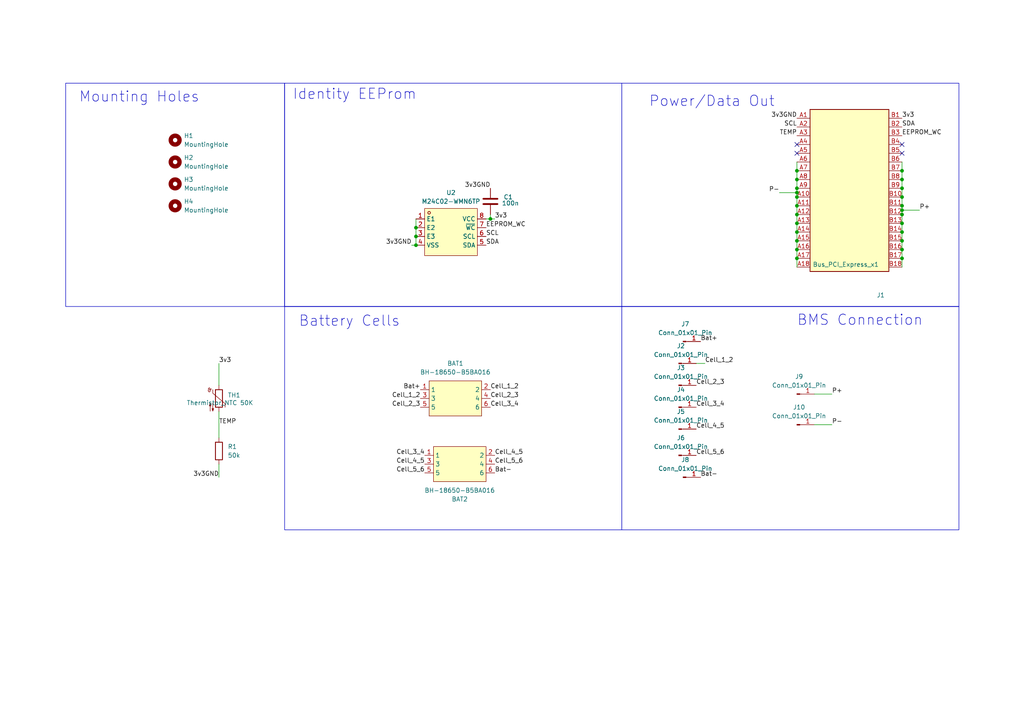
<source format=kicad_sch>
(kicad_sch (version 20231120) (generator "eeschema") (generator_version "8.0")
  (paper "A4")
  (lib_symbols
    (symbol "Connector:Bus_PCI_Express_x1"
      (property "Reference" "J1" (at 7.874 -34.798 0))
      (property "Value" "Bus_PCI_Express_x1" (at -10.668 -25.908 0))
      (symbol "Bus_PCI_Express_x1_0_1"
        (rectangle (start -11.43 19.05) (end 11.43 -27.94) (stroke (width 0.254)) (fill (type background)))
      )
      (symbol "Bus_PCI_Express_x1_1_1"
        (pin output line (at -15.24 16.51 0) (length 3.81) (name "") (number "A1"))
        (pin output line (at -15.24 -6.35 0) (length 3.81) (name "") (number "A10"))
        (pin output line (at -15.24 -8.89 0) (length 3.81) (name "") (number "A11"))
        (pin output line (at -15.24 -11.43 0) (length 3.81) (name "") (number "A12"))
        (pin output line (at -15.24 -13.97 0) (length 3.81) (name "") (number "A13"))
        (pin output line (at -15.24 -16.51 0) (length 3.81) (name "") (number "A14"))
        (pin output line (at -15.24 -19.05 0) (length 3.81) (name "") (number "A15"))
        (pin output line (at -15.24 -21.59 0) (length 3.81) (name "") (number "A16"))
        (pin output line (at -15.24 -24.13 0) (length 3.81) (name "") (number "A17"))
        (pin output line (at -15.24 -26.67 0) (length 3.81) (name "") (number "A18"))
        (pin output line (at -15.24 13.97 0) (length 3.81) (name "") (number "A2"))
        (pin output line (at -15.24 11.43 0) (length 3.81) (name "") (number "A3"))
        (pin output line (at -15.24 8.89 0) (length 3.81) (name "") (number "A4"))
        (pin output line (at -15.24 6.35 0) (length 3.81) (name "") (number "A5"))
        (pin output line (at -15.24 3.81 0) (length 3.81) (name "") (number "A6"))
        (pin output line (at -15.24 1.27 0) (length 3.81) (name "") (number "A7"))
        (pin output line (at -15.24 -1.27 0) (length 3.81) (name "") (number "A8"))
        (pin output line (at -15.24 -3.81 0) (length 3.81) (name "") (number "A9"))
        (pin output line (at 15.24 16.51 180) (length 3.81) (name "") (number "B1"))
        (pin output line (at 15.24 -6.35 180) (length 3.81) (name "") (number "B10"))
        (pin output line (at 15.24 -8.89 180) (length 3.81) (name "") (number "B11"))
        (pin output line (at 15.24 -11.43 180) (length 3.81) (name "") (number "B12"))
        (pin output line (at 15.24 -13.97 180) (length 3.81) (name "") (number "B13"))
        (pin output line (at 15.24 -16.51 180) (length 3.81) (name "") (number "B14"))
        (pin output line (at 15.24 -19.05 180) (length 3.81) (name "") (number "B15"))
        (pin output line (at 15.24 -21.59 180) (length 3.81) (name "") (number "B16"))
        (pin output line (at 15.24 -24.13 180) (length 3.81) (name "") (number "B17"))
        (pin output line (at 15.24 -26.67 180) (length 3.81) (name "") (number "B18"))
        (pin output line (at 15.24 13.97 180) (length 3.81) (name "") (number "B2"))
        (pin output line (at 15.24 11.43 180) (length 3.81) (name "") (number "B3"))
        (pin output line (at 15.24 8.89 180) (length 3.81) (name "") (number "B4"))
        (pin output line (at 15.24 6.35 180) (length 3.81) (name "") (number "B5"))
        (pin output line (at 15.24 3.81 180) (length 3.81) (name "") (number "B6"))
        (pin output line (at 15.24 1.27 180) (length 3.81) (name "") (number "B7"))
        (pin output line (at 15.24 -1.27 180) (length 3.81) (name "") (number "B8"))
        (pin output line (at 15.24 -3.81 180) (length 3.81) (name "") (number "B9"))
      )
    )
    (symbol "Connector:Conn_01x01_Pin" (pin_names (offset 1.016) hide)
      (property "Reference" "J" (at 0 2.54 0))
      (property "Value" "Conn_01x01_Pin" (at 0 -2.54 0))
      (symbol "Conn_01x01_Pin_1_1"
        (polyline (pts (xy 1.27 0) (xy 0.8636 0)) (stroke (width 0.1524)))
        (rectangle (start 0.8636 0.127) (end 0 -0.127) (stroke (width 0.1524)) (fill (type outline)))
        (pin passive line (at 5.08 0 180) (length 3.81) (name "Pin_1") (number "1"))
      )
    )
    (symbol "Device:C" (pin_numbers hide) (pin_names (offset 0.254))
      (property "Reference" "C" (at 0.635 2.54 0))
      (property "Value" "C" (at 0.635 -2.54 0))
      (symbol "C_0_1"
        (polyline (pts (xy -2.032 -0.762) (xy 2.032 -0.762)) (stroke (width 0.508)))
        (polyline (pts (xy -2.032 0.762) (xy 2.032 0.762)) (stroke (width 0.508)))
      )
      (symbol "C_1_1"
        (pin passive line (at 0 3.81 270) (length 2.794) (name "~") (number "1"))
        (pin passive line (at 0 -3.81 90) (length 2.794) (name "~") (number "2"))
      )
    )
    (symbol "Device:R" (pin_numbers hide) (pin_names (offset 0))
      (property "Reference" "R" (at 2.032 0 90))
      (property "Value" "R" (at 0 0 90))
      (symbol "R_0_1"
        (rectangle (start -1.016 -2.54) (end 1.016 2.54) (stroke (width 0.254)))
      )
      (symbol "R_1_1"
        (pin passive line (at 0 3.81 270) (length 1.27) (name "~") (number "1"))
        (pin passive line (at 0 -3.81 90) (length 1.27) (name "~") (number "2"))
      )
    )
    (symbol "Device:Thermistor_NTC" (pin_numbers hide) (pin_names (offset 0))
      (property "Reference" "TH" (at -4.445 0 90))
      (property "Value" "Thermistor_NTC" (at 3.175 0 90))
      (symbol "Thermistor_NTC_0_1"
        (arc (start -3.048 2.159) (mid -3.0495 2.3143) (end -3.175 2.413))
        (arc (start -3.048 2.159) (mid -2.9736 1.9794) (end -2.794 1.905))
        (arc (start -3.048 2.794) (mid -2.9736 2.6144) (end -2.794 2.54))
        (arc (start -2.794 1.905) (mid -2.6144 1.9794) (end -2.54 2.159))
        (arc (start -2.794 2.54) (mid -2.4393 2.5587) (end -2.159 2.794))
        (arc (start -2.794 3.048) (mid -2.9736 2.9736) (end -3.048 2.794))
        (arc (start -2.54 2.794) (mid -2.6144 2.9736) (end -2.794 3.048))
        (rectangle (start -1.016 2.54) (end 1.016 -2.54) (stroke (width 0.254)))
        (polyline (pts (xy -2.54 2.159) (xy -2.54 2.794)))
        (polyline (pts (xy -1.778 2.54) (xy -1.778 1.524) (xy 1.778 -1.524) (xy 1.778 -2.54)))
        (polyline (pts (xy -2.54 -3.683) (xy -2.54 -1.397) (xy -2.794 -2.159) (xy -2.286 -2.159) (xy -2.54 -1.397) (xy -2.54 -1.651)) (fill (type outline)))
        (polyline (pts (xy -1.778 -1.397) (xy -1.778 -3.683) (xy -2.032 -2.921) (xy -1.524 -2.921) (xy -1.778 -3.683) (xy -1.778 -3.429)) (fill (type outline)))
      )
      (symbol "Thermistor_NTC_1_1"
        (pin passive line (at 0 3.81 270) (length 1.27) (name "~") (number "1"))
        (pin passive line (at 0 -3.81 90) (length 1.27) (name "~") (number "2"))
      )
    )
    (symbol "Mechanical:MountingHole" (pin_names (offset 1.016)) (exclude_from_sim yes) (in_bom no)
      (property "Reference" "H" (at 0 5.08 0))
      (property "Value" "MountingHole" (at 0 3.175 0))
      (symbol "MountingHole_0_1"
        (circle (center 0 0) (radius 1.27) (stroke (width 1.27)))
      )
    )
    (symbol "PARTS:BH-18650-B5BA016"
      (property "Reference" "BAT" (at 0 7.62 0))
      (property "Value" "BH-18650-B5BA016" (at 0 -7.62 0))
      (symbol "BH-18650-B5BA016_0_1"
        (rectangle (start -7.62 5.08) (end 7.62 -5.08) (fill (type background)))
        (pin unspecified line (at -10.16 2.54 0) (length 2.54) (name "1") (number "1"))
        (pin unspecified line (at 10.16 2.54 180) (length 2.54) (name "2") (number "2"))
        (pin unspecified line (at -10.16 0 0) (length 2.54) (name "3") (number "3"))
        (pin unspecified line (at 10.16 0 180) (length 2.54) (name "4") (number "4"))
        (pin unspecified line (at -10.16 -2.54 0) (length 2.54) (name "5") (number "5"))
        (pin unspecified line (at 10.16 -2.54 180) (length 2.54) (name "6") (number "6"))
      )
    )
    (symbol "PARTS:M24C02-WMN6TP"
      (property "Reference" "U" (at 0 8.89 0))
      (property "Value" "M24C02-WMN6TP" (at 0 -8.89 0))
      (symbol "M24C02-WMN6TP_0_1"
        (rectangle (start -7.62 6.86) (end 7.62 -6.86) (fill (type background)))
        (circle (center -6.35 5.59) (radius 0.38))
        (circle (center -6.35 5.59) (radius 0.38))
        (pin unspecified line (at -10.16 3.81 0) (length 2.54) (name "E1") (number "1"))
        (pin unspecified line (at -10.16 1.27 0) (length 2.54) (name "E2") (number "2"))
        (pin unspecified line (at -10.16 -1.27 0) (length 2.54) (name "E3") (number "3"))
        (pin unspecified line (at -10.16 -3.81 0) (length 2.54) (name "VSS") (number "4"))
        (pin unspecified line (at 10.16 -3.81 180) (length 2.54) (name "SDA") (number "5"))
        (pin unspecified line (at 10.16 -1.27 180) (length 2.54) (name "SCL") (number "6"))
        (pin unspecified line (at 10.16 1.27 180) (length 2.54) (name "~{WC}") (number "7"))
        (pin unspecified line (at 10.16 3.81 180) (length 2.54) (name "VCC") (number "8"))
      )
    )
  )
  (junction (at 231.14 57.15))
  (junction (at 231.14 49.53))
  (junction (at 261.62 59.69))
  (junction (at 231.14 55.88))
  (junction (at 261.62 62.23))
  (junction (at 261.62 60.96))
  (junction (at 261.62 74.93))
  (junction (at 231.14 59.69))
  (junction (at 261.62 54.61))
  (junction (at 142.24 63.5))
  (junction (at 231.14 67.31))
  (junction (at 120.65 71.12))
  (junction (at 231.14 72.39))
  (junction (at 231.14 52.07))
  (junction (at 261.62 64.77))
  (junction (at 231.14 74.93))
  (junction (at 120.65 66.04))
  (junction (at 261.62 49.53))
  (junction (at 231.14 62.23))
  (junction (at 261.62 57.15))
  (junction (at 120.65 68.58))
  (junction (at 261.62 69.85))
  (junction (at 231.14 64.77))
  (junction (at 231.14 69.85))
  (junction (at 231.14 54.61))
  (junction (at 261.62 52.07))
  (junction (at 261.62 67.31))
  (junction (at 261.62 72.39))
  (no_connect (at 261.62 44.45))
  (no_connect (at 261.62 41.91))
  (no_connect (at 231.14 44.45))
  (no_connect (at 231.14 41.91))
  (wire (pts (xy 266.7 60.96) (xy 261.62 60.96)))
  (wire (pts (xy 261.62 60.96) (xy 261.62 62.23)))
  (wire (pts (xy 226.06 55.88) (xy 231.14 55.88)))
  (wire (pts (xy 142.24 63.5) (xy 140.97 63.5)))
  (wire (pts (xy 241.3 123.19) (xy 236.22 123.19)))
  (wire (pts (xy 120.65 63.5) (xy 120.65 66.04)))
  (wire (pts (xy 261.62 46.99) (xy 261.62 49.53)))
  (wire (pts (xy 231.14 64.77) (xy 231.14 67.31)))
  (wire (pts (xy 120.65 66.04) (xy 120.65 68.58)))
  (wire (pts (xy 231.14 54.61) (xy 231.14 55.88)))
  (wire (pts (xy 63.5 127) (xy 63.5 119.38)))
  (wire (pts (xy 261.62 67.31) (xy 261.62 69.85)))
  (wire (pts (xy 231.14 62.23) (xy 231.14 64.77)))
  (wire (pts (xy 261.62 72.39) (xy 261.62 74.93)))
  (wire (pts (xy 231.14 74.93) (xy 231.14 77.47)))
  (wire (pts (xy 231.14 49.53) (xy 231.14 52.07)))
  (wire (pts (xy 261.62 62.23) (xy 261.62 64.77)))
  (wire (pts (xy 231.14 57.15) (xy 231.14 59.69)))
  (wire (pts (xy 241.3 114.3) (xy 236.22 114.3)))
  (wire (pts (xy 231.14 67.31) (xy 231.14 69.85)))
  (wire (pts (xy 231.14 72.39) (xy 231.14 74.93)))
  (wire (pts (xy 63.5 105.41) (xy 63.5 111.76)))
  (wire (pts (xy 231.14 59.69) (xy 231.14 62.23)))
  (wire (pts (xy 142.24 62.23) (xy 142.24 63.5)))
  (wire (pts (xy 261.62 59.69) (xy 261.62 60.96)))
  (wire (pts (xy 120.65 71.12) (xy 120.65 68.58)))
  (wire (pts (xy 261.62 64.77) (xy 261.62 67.31)))
  (wire (pts (xy 204.47 105.41) (xy 201.93 105.41)))
  (wire (pts (xy 261.62 74.93) (xy 261.62 77.47)))
  (wire (pts (xy 261.62 52.07) (xy 261.62 54.61)))
  (wire (pts (xy 261.62 54.61) (xy 261.62 57.15)))
  (wire (pts (xy 231.14 69.85) (xy 231.14 72.39)))
  (wire (pts (xy 143.51 63.5) (xy 142.24 63.5)))
  (wire (pts (xy 231.14 52.07) (xy 231.14 54.61)))
  (wire (pts (xy 119.38 71.12) (xy 120.65 71.12)))
  (wire (pts (xy 231.14 46.99) (xy 231.14 49.53)))
  (wire (pts (xy 261.62 57.15) (xy 261.62 59.69)))
  (wire (pts (xy 261.62 69.85) (xy 261.62 72.39)))
  (wire (pts (xy 261.62 49.53) (xy 261.62 52.07)))
  (wire (pts (xy 231.14 55.88) (xy 231.14 57.15)))
  (wire (pts (xy 63.5 138.43) (xy 63.5 134.62)))
  (rectangle (start 19.05 24.13) (end 82.55 88.9))
  (rectangle (start 82.55 24.13) (end 180.34 88.9))
  (rectangle (start 82.55 88.9) (end 180.34 153.67))
  (rectangle (start 180.34 24.13) (end 278.13 88.9))
  (rectangle (start 180.34 88.9) (end 278.13 153.67))
  (text "BMS Connection" (at 249.428 92.964 0) (effects (font (size 3 3))))
  (text "Mounting Holes" (at 40.386 28.194 0) (effects (font (size 3 3))))
  (text "Power/Data Out" (at 206.502 29.464 0) (effects (font (size 3 3))))
  (text "Battery Cells" (at 101.346 93.218 0) (effects (font (size 3 3))))
  (text "Identity EEProm" (at 102.87 27.432 0) (effects (font (size 3 3))))
  (label "SDA" (at 261.62 36.83 0))
  (label "Cell_3_4" (at 201.93 118.11 0))
  (label "SCL" (at 231.14 36.83 180))
  (label "Cell_1_2" (at 142.24 113.03 0))
  (label "P+" (at 266.7 60.96 0))
  (label "Bat+" (at 203.2 99.06 0))
  (label "EEPROM_WC" (at 261.62 39.37 0))
  (label "P-" (at 241.3 123.19 0))
  (label "3v3" (at 63.5 105.41 0))
  (label "SDA" (at 140.97 71.12 0))
  (label "SCL" (at 140.97 68.58 0))
  (label "3v3" (at 143.51 63.5 0))
  (label "TEMP" (at 63.5 123.19 0))
  (label "3v3GND" (at 142.24 54.61 180))
  (label "3v3GND" (at 63.5 138.43 180))
  (label "Cell_4_5" (at 123.19 134.62 180))
  (label "Cell_2_3" (at 201.93 111.76 0))
  (label "Bat-" (at 143.51 137.16 0))
  (label "Cell_4_5" (at 143.51 132.08 0))
  (label "Cell_3_4" (at 142.24 118.11 0))
  (label "Cell_3_4" (at 123.19 132.08 180))
  (label "EEPROM_WC" (at 140.97 66.04 0))
  (label "TEMP" (at 231.14 39.37 180))
  (label "3v3GND" (at 231.14 34.29 180))
  (label "Cell_5_6" (at 201.93 132.08 0))
  (label "Cell_2_3" (at 142.24 115.57 0))
  (label "3v3" (at 261.62 34.29 0))
  (label "P-" (at 226.06 55.88 180))
  (label "Cell_2_3" (at 121.92 118.11 180))
  (label "P+" (at 241.3 114.3 0))
  (label "3v3GND" (at 119.38 71.12 180))
  (label "Bat-" (at 203.2 138.43 0))
  (label "Cell_1_2" (at 204.47 105.41 0))
  (label "Cell_1_2" (at 121.92 115.57 180))
  (label "Cell_5_6" (at 143.51 134.62 0))
  (label "Cell_4_5" (at 201.93 124.46 0))
  (label "Bat+" (at 121.92 113.03 180))
  (label "Cell_5_6" (at 123.19 137.16 180))
  (symbol (lib_id "Connector:Conn_01x01_Pin") (at 196.85 132.08 0) (unit 1)
    (property "Reference" "J6" (at 197.485 127 0))
    (property "Value" "Conn_01x01_Pin" (at 197.485 129.54 0))
    (property "Footprint" "TestPoint:TestPoint_Pad_4.0x4.0mm" (effects (hide yes)))
    (property "Description" "Generic connector, single row, 01x01, script generated" (effects (hide yes)))
  )
  (symbol (lib_id "Connector:Conn_01x01_Pin") (at 196.85 111.76 0) (unit 1)
    (property "Reference" "J3" (at 197.485 106.68 0))
    (property "Value" "Conn_01x01_Pin" (at 197.485 109.22 0))
    (property "Footprint" "TestPoint:TestPoint_Pad_4.0x4.0mm" (effects (hide yes)))
    (property "Description" "Generic connector, single row, 01x01, script generated" (effects (hide yes)))
  )
  (symbol (lib_id "Device:Thermistor_NTC") (at 63.5 115.57 0) (unit 1)
    (property "Reference" "TH1" (at 66.04 114.6174 0) (effects (justify left)))
    (property "Value" "Thermistor_NTC 50K" (at 54.102 116.84 0) (effects (justify left)))
    (property "Footprint" "Resistor_SMD:R_1206_3216Metric_Pad1.30x1.75mm_HandSolder" (effects (hide yes)))
    (property "Description" "Temperature dependent resistor, negative temperature coefficient" (effects (hide yes)))
  )
  (symbol (lib_id "Connector:Conn_01x01_Pin") (at 196.85 124.46 0) (unit 1)
    (property "Reference" "J5" (at 197.485 119.38 0))
    (property "Value" "Conn_01x01_Pin" (at 197.485 121.92 0))
    (property "Footprint" "TestPoint:TestPoint_Pad_4.0x4.0mm" (effects (hide yes)))
    (property "Description" "Generic connector, single row, 01x01, script generated" (effects (hide yes)))
  )
  (symbol (lib_id "Connector:Conn_01x01_Pin") (at 231.14 123.19 0) (unit 1)
    (property "Reference" "J10" (at 231.775 118.11 0))
    (property "Value" "Conn_01x01_Pin" (at 231.775 120.65 0))
    (property "Footprint" "TestPoint:TestPoint_Pad_4.0x4.0mm" (effects (hide yes)))
    (property "Description" "Generic connector, single row, 01x01, script generated" (effects (hide yes)))
  )
  (symbol (lib_id "Mechanical:MountingHole") (at 50.8 46.99 0) (unit 1) (exclude_from_sim yes) (in_bom no)
    (property "Reference" "H2" (at 53.34 45.7199 0) (effects (justify left)))
    (property "Value" "MountingHole" (at 53.34 48.2599 0) (effects (justify left)))
    (property "Footprint" "MountingHole:MountingHole_3.2mm_M3" (effects (hide yes)))
    (property "Description" "Mounting Hole without connection" (effects (hide yes)))
  )
  (symbol (lib_id "Connector:Conn_01x01_Pin") (at 196.85 118.11 0) (unit 1)
    (property "Reference" "J4" (at 197.485 113.03 0))
    (property "Value" "Conn_01x01_Pin" (at 197.485 115.57 0))
    (property "Footprint" "TestPoint:TestPoint_Pad_4.0x4.0mm" (effects (hide yes)))
    (property "Description" "Generic connector, single row, 01x01, script generated" (effects (hide yes)))
  )
  (symbol (lib_id "PARTS:BH-18650-B5BA016") (at 132.08 115.57 0) (unit 1)
    (property "Reference" "BAT1" (at 132.08 105.41 0))
    (property "Value" "BH-18650-B5BA016" (at 132.08 107.95 0))
    (property "Footprint" "PARTS:BAT-SMD_BH-18650-B5BA016" (effects (hide yes)))
    (property "LCSC Part" "C19184086" (effects (hide yes)))
  )
  (symbol (lib_id "Device:C") (at 142.24 58.42 0) (unit 1)
    (property "Reference" "C1" (at 146.05 57.1499 0) (effects (justify left)))
    (property "Value" "100n" (at 145.542 58.928 0) (effects (justify left)))
    (property "Footprint" "Capacitor_SMD:C_1206_3216Metric_Pad1.33x1.80mm_HandSolder" (effects (hide yes)))
    (property "Description" "Unpolarized capacitor" (effects (hide yes)))
  )
  (symbol (lib_id "PARTS:BH-18650-B5BA016") (at 133.35 134.62 0) (unit 1)
    (property "Reference" "BAT2" (at 133.35 144.78 0))
    (property "Value" "BH-18650-B5BA016" (at 133.35 142.24 0))
    (property "Footprint" "PARTS:BAT-SMD_BH-18650-B5BA016" (effects (hide yes)))
    (property "LCSC Part" "C19184086" (effects (hide yes)))
  )
  (symbol (lib_id "Mechanical:MountingHole") (at 50.8 40.64 0) (unit 1) (exclude_from_sim yes) (in_bom no)
    (property "Reference" "H1" (at 53.34 39.3699 0) (effects (justify left)))
    (property "Value" "MountingHole" (at 53.34 41.9099 0) (effects (justify left)))
    (property "Footprint" "MountingHole:MountingHole_3.2mm_M3" (effects (hide yes)))
    (property "Description" "Mounting Hole without connection" (effects (hide yes)))
  )
  (symbol (lib_id "Connector:Conn_01x01_Pin") (at 196.85 105.41 0) (unit 1)
    (property "Reference" "J2" (at 197.485 100.33 0))
    (property "Value" "Conn_01x01_Pin" (at 197.485 102.87 0))
    (property "Footprint" "TestPoint:TestPoint_Pad_4.0x4.0mm" (effects (hide yes)))
    (property "Description" "Generic connector, single row, 01x01, script generated" (effects (hide yes)))
  )
  (symbol (lib_id "Connector:Conn_01x01_Pin") (at 231.14 114.3 0) (unit 1)
    (property "Reference" "J9" (at 231.775 109.22 0))
    (property "Value" "Conn_01x01_Pin" (at 231.775 111.76 0))
    (property "Footprint" "TestPoint:TestPoint_Pad_4.0x4.0mm" (effects (hide yes)))
    (property "Description" "Generic connector, single row, 01x01, script generated" (effects (hide yes)))
  )
  (symbol (lib_id "Connector:Conn_01x01_Pin") (at 198.12 138.43 0) (unit 1)
    (property "Reference" "J8" (at 198.755 133.35 0))
    (property "Value" "Conn_01x01_Pin" (at 198.755 135.89 0))
    (property "Footprint" "TestPoint:TestPoint_Pad_4.0x4.0mm" (effects (hide yes)))
    (property "Description" "Generic connector, single row, 01x01, script generated" (effects (hide yes)))
  )
  (symbol (lib_id "PARTS:M24C02-WMN6TP") (at 130.81 67.31 0) (unit 1)
    (property "Reference" "U2" (at 130.81 55.88 0))
    (property "Value" "M24C02-WMN6TP" (at 130.81 58.42 0))
    (property "Footprint" "PARTS:SOIC-8_L4.9-W3.9-P1.27-LS6.0-BL" (effects (hide yes)))
    (property "Datasheet" "https://lcsc.com/product-detail/EEPROM_STMicroelectronics_M24C02-WMN6TP_M24C02-WMN6TP_C7562.html" (effects (hide yes)))
    (property "LCSC Part" "C7562" (effects (hide yes)))
  )
  (symbol (lib_id "Mechanical:MountingHole") (at 50.8 53.34 0) (unit 1) (exclude_from_sim yes) (in_bom no)
    (property "Reference" "H3" (at 53.34 52.0699 0) (effects (justify left)))
    (property "Value" "MountingHole" (at 53.34 54.6099 0) (effects (justify left)))
    (property "Footprint" "MountingHole:MountingHole_3.2mm_M3" (effects (hide yes)))
    (property "Description" "Mounting Hole without connection" (effects (hide yes)))
  )
  (symbol (lib_id "Device:R") (at 63.5 130.81 0) (unit 1)
    (property "Reference" "R1" (at 66.04 129.5399 0) (effects (justify left)))
    (property "Value" "50k" (at 66.04 132.0799 0) (effects (justify left)))
    (property "Footprint" "Resistor_SMD:R_1206_3216Metric_Pad1.30x1.75mm_HandSolder" (effects (hide yes)))
    (property "Description" "Resistor" (effects (hide yes)))
  )
  (symbol (lib_id "Connector:Conn_01x01_Pin") (at 198.12 99.06 0) (unit 1)
    (property "Reference" "J7" (at 198.755 93.98 0))
    (property "Value" "Conn_01x01_Pin" (at 198.755 96.52 0))
    (property "Footprint" "TestPoint:TestPoint_Pad_4.0x4.0mm" (effects (hide yes)))
    (property "Description" "Generic connector, single row, 01x01, script generated" (effects (hide yes)))
  )
  (symbol (lib_id "Mechanical:MountingHole") (at 50.8 59.69 0) (unit 1) (exclude_from_sim yes) (in_bom no)
    (property "Reference" "H4" (at 53.34 58.4199 0) (effects (justify left)))
    (property "Value" "MountingHole" (at 53.34 60.9599 0) (effects (justify left)))
    (property "Footprint" "MountingHole:MountingHole_3.2mm_M3" (effects (hide yes)))
    (property "Description" "Mounting Hole without connection" (effects (hide yes)))
  )
  (symbol (lib_id "Connector:Bus_PCI_Express_x1") (at 246.38 50.8 0) (unit 1)
    (property "Reference" "J1" (at 254.254 85.598 0) (effects (justify left)))
    (property "Value" "Bus_PCI_Express_x1" (at 235.712 76.708 0) (effects (justify left)))
    (property "Footprint" "Connector_PCBEdge:BUS_PCIexpress_x1" (effects (hide yes)))
    (property "Datasheet" "http://www.ritrontek.com/uploadfile/2016/1026/20161026105231124.pdf#page=63" (effects (hide yes)))
    (property "Description" "PCI Express bus connector x1" (effects (hide yes)))
  )
)
</source>
